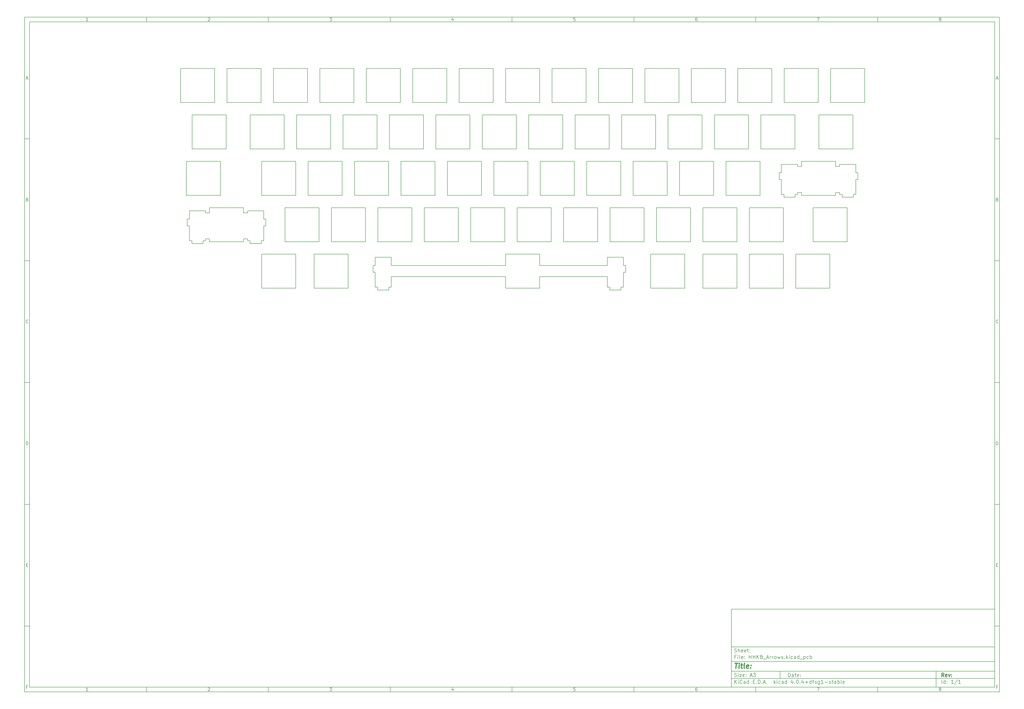
<source format=gbr>
G04 #@! TF.FileFunction,Other,ECO2*
%FSLAX46Y46*%
G04 Gerber Fmt 4.6, Leading zero omitted, Abs format (unit mm)*
G04 Created by KiCad (PCBNEW 4.0.4+dfsg1-stable) date Tue Nov  8 21:14:36 2016*
%MOMM*%
%LPD*%
G01*
G04 APERTURE LIST*
%ADD10C,0.100000*%
%ADD11C,0.150000*%
%ADD12C,0.300000*%
%ADD13C,0.400000*%
%ADD14C,0.152400*%
G04 APERTURE END LIST*
D10*
D11*
X299989000Y-253002200D02*
X299989000Y-285002200D01*
X407989000Y-285002200D01*
X407989000Y-253002200D01*
X299989000Y-253002200D01*
D10*
D11*
X10000000Y-10000000D02*
X10000000Y-287002200D01*
X409989000Y-287002200D01*
X409989000Y-10000000D01*
X10000000Y-10000000D01*
D10*
D11*
X12000000Y-12000000D02*
X12000000Y-285002200D01*
X407989000Y-285002200D01*
X407989000Y-12000000D01*
X12000000Y-12000000D01*
D10*
D11*
X60000000Y-12000000D02*
X60000000Y-10000000D01*
D10*
D11*
X110000000Y-12000000D02*
X110000000Y-10000000D01*
D10*
D11*
X160000000Y-12000000D02*
X160000000Y-10000000D01*
D10*
D11*
X210000000Y-12000000D02*
X210000000Y-10000000D01*
D10*
D11*
X260000000Y-12000000D02*
X260000000Y-10000000D01*
D10*
D11*
X310000000Y-12000000D02*
X310000000Y-10000000D01*
D10*
D11*
X360000000Y-12000000D02*
X360000000Y-10000000D01*
D10*
D11*
X35990476Y-11588095D02*
X35247619Y-11588095D01*
X35619048Y-11588095D02*
X35619048Y-10288095D01*
X35495238Y-10473810D01*
X35371429Y-10597619D01*
X35247619Y-10659524D01*
D10*
D11*
X85247619Y-10411905D02*
X85309524Y-10350000D01*
X85433333Y-10288095D01*
X85742857Y-10288095D01*
X85866667Y-10350000D01*
X85928571Y-10411905D01*
X85990476Y-10535714D01*
X85990476Y-10659524D01*
X85928571Y-10845238D01*
X85185714Y-11588095D01*
X85990476Y-11588095D01*
D10*
D11*
X135185714Y-10288095D02*
X135990476Y-10288095D01*
X135557143Y-10783333D01*
X135742857Y-10783333D01*
X135866667Y-10845238D01*
X135928571Y-10907143D01*
X135990476Y-11030952D01*
X135990476Y-11340476D01*
X135928571Y-11464286D01*
X135866667Y-11526190D01*
X135742857Y-11588095D01*
X135371429Y-11588095D01*
X135247619Y-11526190D01*
X135185714Y-11464286D01*
D10*
D11*
X185866667Y-10721429D02*
X185866667Y-11588095D01*
X185557143Y-10226190D02*
X185247619Y-11154762D01*
X186052381Y-11154762D01*
D10*
D11*
X235928571Y-10288095D02*
X235309524Y-10288095D01*
X235247619Y-10907143D01*
X235309524Y-10845238D01*
X235433333Y-10783333D01*
X235742857Y-10783333D01*
X235866667Y-10845238D01*
X235928571Y-10907143D01*
X235990476Y-11030952D01*
X235990476Y-11340476D01*
X235928571Y-11464286D01*
X235866667Y-11526190D01*
X235742857Y-11588095D01*
X235433333Y-11588095D01*
X235309524Y-11526190D01*
X235247619Y-11464286D01*
D10*
D11*
X285866667Y-10288095D02*
X285619048Y-10288095D01*
X285495238Y-10350000D01*
X285433333Y-10411905D01*
X285309524Y-10597619D01*
X285247619Y-10845238D01*
X285247619Y-11340476D01*
X285309524Y-11464286D01*
X285371429Y-11526190D01*
X285495238Y-11588095D01*
X285742857Y-11588095D01*
X285866667Y-11526190D01*
X285928571Y-11464286D01*
X285990476Y-11340476D01*
X285990476Y-11030952D01*
X285928571Y-10907143D01*
X285866667Y-10845238D01*
X285742857Y-10783333D01*
X285495238Y-10783333D01*
X285371429Y-10845238D01*
X285309524Y-10907143D01*
X285247619Y-11030952D01*
D10*
D11*
X335185714Y-10288095D02*
X336052381Y-10288095D01*
X335495238Y-11588095D01*
D10*
D11*
X385495238Y-10845238D02*
X385371429Y-10783333D01*
X385309524Y-10721429D01*
X385247619Y-10597619D01*
X385247619Y-10535714D01*
X385309524Y-10411905D01*
X385371429Y-10350000D01*
X385495238Y-10288095D01*
X385742857Y-10288095D01*
X385866667Y-10350000D01*
X385928571Y-10411905D01*
X385990476Y-10535714D01*
X385990476Y-10597619D01*
X385928571Y-10721429D01*
X385866667Y-10783333D01*
X385742857Y-10845238D01*
X385495238Y-10845238D01*
X385371429Y-10907143D01*
X385309524Y-10969048D01*
X385247619Y-11092857D01*
X385247619Y-11340476D01*
X385309524Y-11464286D01*
X385371429Y-11526190D01*
X385495238Y-11588095D01*
X385742857Y-11588095D01*
X385866667Y-11526190D01*
X385928571Y-11464286D01*
X385990476Y-11340476D01*
X385990476Y-11092857D01*
X385928571Y-10969048D01*
X385866667Y-10907143D01*
X385742857Y-10845238D01*
D10*
D11*
X60000000Y-285002200D02*
X60000000Y-287002200D01*
D10*
D11*
X110000000Y-285002200D02*
X110000000Y-287002200D01*
D10*
D11*
X160000000Y-285002200D02*
X160000000Y-287002200D01*
D10*
D11*
X210000000Y-285002200D02*
X210000000Y-287002200D01*
D10*
D11*
X260000000Y-285002200D02*
X260000000Y-287002200D01*
D10*
D11*
X310000000Y-285002200D02*
X310000000Y-287002200D01*
D10*
D11*
X360000000Y-285002200D02*
X360000000Y-287002200D01*
D10*
D11*
X35990476Y-286590295D02*
X35247619Y-286590295D01*
X35619048Y-286590295D02*
X35619048Y-285290295D01*
X35495238Y-285476010D01*
X35371429Y-285599819D01*
X35247619Y-285661724D01*
D10*
D11*
X85247619Y-285414105D02*
X85309524Y-285352200D01*
X85433333Y-285290295D01*
X85742857Y-285290295D01*
X85866667Y-285352200D01*
X85928571Y-285414105D01*
X85990476Y-285537914D01*
X85990476Y-285661724D01*
X85928571Y-285847438D01*
X85185714Y-286590295D01*
X85990476Y-286590295D01*
D10*
D11*
X135185714Y-285290295D02*
X135990476Y-285290295D01*
X135557143Y-285785533D01*
X135742857Y-285785533D01*
X135866667Y-285847438D01*
X135928571Y-285909343D01*
X135990476Y-286033152D01*
X135990476Y-286342676D01*
X135928571Y-286466486D01*
X135866667Y-286528390D01*
X135742857Y-286590295D01*
X135371429Y-286590295D01*
X135247619Y-286528390D01*
X135185714Y-286466486D01*
D10*
D11*
X185866667Y-285723629D02*
X185866667Y-286590295D01*
X185557143Y-285228390D02*
X185247619Y-286156962D01*
X186052381Y-286156962D01*
D10*
D11*
X235928571Y-285290295D02*
X235309524Y-285290295D01*
X235247619Y-285909343D01*
X235309524Y-285847438D01*
X235433333Y-285785533D01*
X235742857Y-285785533D01*
X235866667Y-285847438D01*
X235928571Y-285909343D01*
X235990476Y-286033152D01*
X235990476Y-286342676D01*
X235928571Y-286466486D01*
X235866667Y-286528390D01*
X235742857Y-286590295D01*
X235433333Y-286590295D01*
X235309524Y-286528390D01*
X235247619Y-286466486D01*
D10*
D11*
X285866667Y-285290295D02*
X285619048Y-285290295D01*
X285495238Y-285352200D01*
X285433333Y-285414105D01*
X285309524Y-285599819D01*
X285247619Y-285847438D01*
X285247619Y-286342676D01*
X285309524Y-286466486D01*
X285371429Y-286528390D01*
X285495238Y-286590295D01*
X285742857Y-286590295D01*
X285866667Y-286528390D01*
X285928571Y-286466486D01*
X285990476Y-286342676D01*
X285990476Y-286033152D01*
X285928571Y-285909343D01*
X285866667Y-285847438D01*
X285742857Y-285785533D01*
X285495238Y-285785533D01*
X285371429Y-285847438D01*
X285309524Y-285909343D01*
X285247619Y-286033152D01*
D10*
D11*
X335185714Y-285290295D02*
X336052381Y-285290295D01*
X335495238Y-286590295D01*
D10*
D11*
X385495238Y-285847438D02*
X385371429Y-285785533D01*
X385309524Y-285723629D01*
X385247619Y-285599819D01*
X385247619Y-285537914D01*
X385309524Y-285414105D01*
X385371429Y-285352200D01*
X385495238Y-285290295D01*
X385742857Y-285290295D01*
X385866667Y-285352200D01*
X385928571Y-285414105D01*
X385990476Y-285537914D01*
X385990476Y-285599819D01*
X385928571Y-285723629D01*
X385866667Y-285785533D01*
X385742857Y-285847438D01*
X385495238Y-285847438D01*
X385371429Y-285909343D01*
X385309524Y-285971248D01*
X385247619Y-286095057D01*
X385247619Y-286342676D01*
X385309524Y-286466486D01*
X385371429Y-286528390D01*
X385495238Y-286590295D01*
X385742857Y-286590295D01*
X385866667Y-286528390D01*
X385928571Y-286466486D01*
X385990476Y-286342676D01*
X385990476Y-286095057D01*
X385928571Y-285971248D01*
X385866667Y-285909343D01*
X385742857Y-285847438D01*
D10*
D11*
X10000000Y-60000000D02*
X12000000Y-60000000D01*
D10*
D11*
X10000000Y-110000000D02*
X12000000Y-110000000D01*
D10*
D11*
X10000000Y-160000000D02*
X12000000Y-160000000D01*
D10*
D11*
X10000000Y-210000000D02*
X12000000Y-210000000D01*
D10*
D11*
X10000000Y-260000000D02*
X12000000Y-260000000D01*
D10*
D11*
X10690476Y-35216667D02*
X11309524Y-35216667D01*
X10566667Y-35588095D02*
X11000000Y-34288095D01*
X11433333Y-35588095D01*
D10*
D11*
X11092857Y-84907143D02*
X11278571Y-84969048D01*
X11340476Y-85030952D01*
X11402381Y-85154762D01*
X11402381Y-85340476D01*
X11340476Y-85464286D01*
X11278571Y-85526190D01*
X11154762Y-85588095D01*
X10659524Y-85588095D01*
X10659524Y-84288095D01*
X11092857Y-84288095D01*
X11216667Y-84350000D01*
X11278571Y-84411905D01*
X11340476Y-84535714D01*
X11340476Y-84659524D01*
X11278571Y-84783333D01*
X11216667Y-84845238D01*
X11092857Y-84907143D01*
X10659524Y-84907143D01*
D10*
D11*
X11402381Y-135464286D02*
X11340476Y-135526190D01*
X11154762Y-135588095D01*
X11030952Y-135588095D01*
X10845238Y-135526190D01*
X10721429Y-135402381D01*
X10659524Y-135278571D01*
X10597619Y-135030952D01*
X10597619Y-134845238D01*
X10659524Y-134597619D01*
X10721429Y-134473810D01*
X10845238Y-134350000D01*
X11030952Y-134288095D01*
X11154762Y-134288095D01*
X11340476Y-134350000D01*
X11402381Y-134411905D01*
D10*
D11*
X10659524Y-185588095D02*
X10659524Y-184288095D01*
X10969048Y-184288095D01*
X11154762Y-184350000D01*
X11278571Y-184473810D01*
X11340476Y-184597619D01*
X11402381Y-184845238D01*
X11402381Y-185030952D01*
X11340476Y-185278571D01*
X11278571Y-185402381D01*
X11154762Y-185526190D01*
X10969048Y-185588095D01*
X10659524Y-185588095D01*
D10*
D11*
X10721429Y-234907143D02*
X11154762Y-234907143D01*
X11340476Y-235588095D02*
X10721429Y-235588095D01*
X10721429Y-234288095D01*
X11340476Y-234288095D01*
D10*
D11*
X11185714Y-284907143D02*
X10752381Y-284907143D01*
X10752381Y-285588095D02*
X10752381Y-284288095D01*
X11371428Y-284288095D01*
D10*
D11*
X409989000Y-60000000D02*
X407989000Y-60000000D01*
D10*
D11*
X409989000Y-110000000D02*
X407989000Y-110000000D01*
D10*
D11*
X409989000Y-160000000D02*
X407989000Y-160000000D01*
D10*
D11*
X409989000Y-210000000D02*
X407989000Y-210000000D01*
D10*
D11*
X409989000Y-260000000D02*
X407989000Y-260000000D01*
D10*
D11*
X408679476Y-35216667D02*
X409298524Y-35216667D01*
X408555667Y-35588095D02*
X408989000Y-34288095D01*
X409422333Y-35588095D01*
D10*
D11*
X409081857Y-84907143D02*
X409267571Y-84969048D01*
X409329476Y-85030952D01*
X409391381Y-85154762D01*
X409391381Y-85340476D01*
X409329476Y-85464286D01*
X409267571Y-85526190D01*
X409143762Y-85588095D01*
X408648524Y-85588095D01*
X408648524Y-84288095D01*
X409081857Y-84288095D01*
X409205667Y-84350000D01*
X409267571Y-84411905D01*
X409329476Y-84535714D01*
X409329476Y-84659524D01*
X409267571Y-84783333D01*
X409205667Y-84845238D01*
X409081857Y-84907143D01*
X408648524Y-84907143D01*
D10*
D11*
X409391381Y-135464286D02*
X409329476Y-135526190D01*
X409143762Y-135588095D01*
X409019952Y-135588095D01*
X408834238Y-135526190D01*
X408710429Y-135402381D01*
X408648524Y-135278571D01*
X408586619Y-135030952D01*
X408586619Y-134845238D01*
X408648524Y-134597619D01*
X408710429Y-134473810D01*
X408834238Y-134350000D01*
X409019952Y-134288095D01*
X409143762Y-134288095D01*
X409329476Y-134350000D01*
X409391381Y-134411905D01*
D10*
D11*
X408648524Y-185588095D02*
X408648524Y-184288095D01*
X408958048Y-184288095D01*
X409143762Y-184350000D01*
X409267571Y-184473810D01*
X409329476Y-184597619D01*
X409391381Y-184845238D01*
X409391381Y-185030952D01*
X409329476Y-185278571D01*
X409267571Y-185402381D01*
X409143762Y-185526190D01*
X408958048Y-185588095D01*
X408648524Y-185588095D01*
D10*
D11*
X408710429Y-234907143D02*
X409143762Y-234907143D01*
X409329476Y-235588095D02*
X408710429Y-235588095D01*
X408710429Y-234288095D01*
X409329476Y-234288095D01*
D10*
D11*
X409174714Y-284907143D02*
X408741381Y-284907143D01*
X408741381Y-285588095D02*
X408741381Y-284288095D01*
X409360428Y-284288095D01*
D10*
D11*
X323346143Y-280780771D02*
X323346143Y-279280771D01*
X323703286Y-279280771D01*
X323917571Y-279352200D01*
X324060429Y-279495057D01*
X324131857Y-279637914D01*
X324203286Y-279923629D01*
X324203286Y-280137914D01*
X324131857Y-280423629D01*
X324060429Y-280566486D01*
X323917571Y-280709343D01*
X323703286Y-280780771D01*
X323346143Y-280780771D01*
X325489000Y-280780771D02*
X325489000Y-279995057D01*
X325417571Y-279852200D01*
X325274714Y-279780771D01*
X324989000Y-279780771D01*
X324846143Y-279852200D01*
X325489000Y-280709343D02*
X325346143Y-280780771D01*
X324989000Y-280780771D01*
X324846143Y-280709343D01*
X324774714Y-280566486D01*
X324774714Y-280423629D01*
X324846143Y-280280771D01*
X324989000Y-280209343D01*
X325346143Y-280209343D01*
X325489000Y-280137914D01*
X325989000Y-279780771D02*
X326560429Y-279780771D01*
X326203286Y-279280771D02*
X326203286Y-280566486D01*
X326274714Y-280709343D01*
X326417572Y-280780771D01*
X326560429Y-280780771D01*
X327631857Y-280709343D02*
X327489000Y-280780771D01*
X327203286Y-280780771D01*
X327060429Y-280709343D01*
X326989000Y-280566486D01*
X326989000Y-279995057D01*
X327060429Y-279852200D01*
X327203286Y-279780771D01*
X327489000Y-279780771D01*
X327631857Y-279852200D01*
X327703286Y-279995057D01*
X327703286Y-280137914D01*
X326989000Y-280280771D01*
X328346143Y-280637914D02*
X328417571Y-280709343D01*
X328346143Y-280780771D01*
X328274714Y-280709343D01*
X328346143Y-280637914D01*
X328346143Y-280780771D01*
X328346143Y-279852200D02*
X328417571Y-279923629D01*
X328346143Y-279995057D01*
X328274714Y-279923629D01*
X328346143Y-279852200D01*
X328346143Y-279995057D01*
D10*
D11*
X299989000Y-281502200D02*
X407989000Y-281502200D01*
D10*
D11*
X301346143Y-283580771D02*
X301346143Y-282080771D01*
X302203286Y-283580771D02*
X301560429Y-282723629D01*
X302203286Y-282080771D02*
X301346143Y-282937914D01*
X302846143Y-283580771D02*
X302846143Y-282580771D01*
X302846143Y-282080771D02*
X302774714Y-282152200D01*
X302846143Y-282223629D01*
X302917571Y-282152200D01*
X302846143Y-282080771D01*
X302846143Y-282223629D01*
X304417572Y-283437914D02*
X304346143Y-283509343D01*
X304131857Y-283580771D01*
X303989000Y-283580771D01*
X303774715Y-283509343D01*
X303631857Y-283366486D01*
X303560429Y-283223629D01*
X303489000Y-282937914D01*
X303489000Y-282723629D01*
X303560429Y-282437914D01*
X303631857Y-282295057D01*
X303774715Y-282152200D01*
X303989000Y-282080771D01*
X304131857Y-282080771D01*
X304346143Y-282152200D01*
X304417572Y-282223629D01*
X305703286Y-283580771D02*
X305703286Y-282795057D01*
X305631857Y-282652200D01*
X305489000Y-282580771D01*
X305203286Y-282580771D01*
X305060429Y-282652200D01*
X305703286Y-283509343D02*
X305560429Y-283580771D01*
X305203286Y-283580771D01*
X305060429Y-283509343D01*
X304989000Y-283366486D01*
X304989000Y-283223629D01*
X305060429Y-283080771D01*
X305203286Y-283009343D01*
X305560429Y-283009343D01*
X305703286Y-282937914D01*
X307060429Y-283580771D02*
X307060429Y-282080771D01*
X307060429Y-283509343D02*
X306917572Y-283580771D01*
X306631858Y-283580771D01*
X306489000Y-283509343D01*
X306417572Y-283437914D01*
X306346143Y-283295057D01*
X306346143Y-282866486D01*
X306417572Y-282723629D01*
X306489000Y-282652200D01*
X306631858Y-282580771D01*
X306917572Y-282580771D01*
X307060429Y-282652200D01*
X308917572Y-282795057D02*
X309417572Y-282795057D01*
X309631858Y-283580771D02*
X308917572Y-283580771D01*
X308917572Y-282080771D01*
X309631858Y-282080771D01*
X310274715Y-283437914D02*
X310346143Y-283509343D01*
X310274715Y-283580771D01*
X310203286Y-283509343D01*
X310274715Y-283437914D01*
X310274715Y-283580771D01*
X310989001Y-283580771D02*
X310989001Y-282080771D01*
X311346144Y-282080771D01*
X311560429Y-282152200D01*
X311703287Y-282295057D01*
X311774715Y-282437914D01*
X311846144Y-282723629D01*
X311846144Y-282937914D01*
X311774715Y-283223629D01*
X311703287Y-283366486D01*
X311560429Y-283509343D01*
X311346144Y-283580771D01*
X310989001Y-283580771D01*
X312489001Y-283437914D02*
X312560429Y-283509343D01*
X312489001Y-283580771D01*
X312417572Y-283509343D01*
X312489001Y-283437914D01*
X312489001Y-283580771D01*
X313131858Y-283152200D02*
X313846144Y-283152200D01*
X312989001Y-283580771D02*
X313489001Y-282080771D01*
X313989001Y-283580771D01*
X314489001Y-283437914D02*
X314560429Y-283509343D01*
X314489001Y-283580771D01*
X314417572Y-283509343D01*
X314489001Y-283437914D01*
X314489001Y-283580771D01*
X317489001Y-283580771D02*
X317489001Y-282080771D01*
X317631858Y-283009343D02*
X318060429Y-283580771D01*
X318060429Y-282580771D02*
X317489001Y-283152200D01*
X318703287Y-283580771D02*
X318703287Y-282580771D01*
X318703287Y-282080771D02*
X318631858Y-282152200D01*
X318703287Y-282223629D01*
X318774715Y-282152200D01*
X318703287Y-282080771D01*
X318703287Y-282223629D01*
X320060430Y-283509343D02*
X319917573Y-283580771D01*
X319631859Y-283580771D01*
X319489001Y-283509343D01*
X319417573Y-283437914D01*
X319346144Y-283295057D01*
X319346144Y-282866486D01*
X319417573Y-282723629D01*
X319489001Y-282652200D01*
X319631859Y-282580771D01*
X319917573Y-282580771D01*
X320060430Y-282652200D01*
X321346144Y-283580771D02*
X321346144Y-282795057D01*
X321274715Y-282652200D01*
X321131858Y-282580771D01*
X320846144Y-282580771D01*
X320703287Y-282652200D01*
X321346144Y-283509343D02*
X321203287Y-283580771D01*
X320846144Y-283580771D01*
X320703287Y-283509343D01*
X320631858Y-283366486D01*
X320631858Y-283223629D01*
X320703287Y-283080771D01*
X320846144Y-283009343D01*
X321203287Y-283009343D01*
X321346144Y-282937914D01*
X322703287Y-283580771D02*
X322703287Y-282080771D01*
X322703287Y-283509343D02*
X322560430Y-283580771D01*
X322274716Y-283580771D01*
X322131858Y-283509343D01*
X322060430Y-283437914D01*
X321989001Y-283295057D01*
X321989001Y-282866486D01*
X322060430Y-282723629D01*
X322131858Y-282652200D01*
X322274716Y-282580771D01*
X322560430Y-282580771D01*
X322703287Y-282652200D01*
X325203287Y-282580771D02*
X325203287Y-283580771D01*
X324846144Y-282009343D02*
X324489001Y-283080771D01*
X325417573Y-283080771D01*
X325989001Y-283437914D02*
X326060429Y-283509343D01*
X325989001Y-283580771D01*
X325917572Y-283509343D01*
X325989001Y-283437914D01*
X325989001Y-283580771D01*
X326989001Y-282080771D02*
X327131858Y-282080771D01*
X327274715Y-282152200D01*
X327346144Y-282223629D01*
X327417573Y-282366486D01*
X327489001Y-282652200D01*
X327489001Y-283009343D01*
X327417573Y-283295057D01*
X327346144Y-283437914D01*
X327274715Y-283509343D01*
X327131858Y-283580771D01*
X326989001Y-283580771D01*
X326846144Y-283509343D01*
X326774715Y-283437914D01*
X326703287Y-283295057D01*
X326631858Y-283009343D01*
X326631858Y-282652200D01*
X326703287Y-282366486D01*
X326774715Y-282223629D01*
X326846144Y-282152200D01*
X326989001Y-282080771D01*
X328131858Y-283437914D02*
X328203286Y-283509343D01*
X328131858Y-283580771D01*
X328060429Y-283509343D01*
X328131858Y-283437914D01*
X328131858Y-283580771D01*
X329489001Y-282580771D02*
X329489001Y-283580771D01*
X329131858Y-282009343D02*
X328774715Y-283080771D01*
X329703287Y-283080771D01*
X330274715Y-283009343D02*
X331417572Y-283009343D01*
X330846143Y-283580771D02*
X330846143Y-282437914D01*
X332774715Y-283580771D02*
X332774715Y-282080771D01*
X332774715Y-283509343D02*
X332631858Y-283580771D01*
X332346144Y-283580771D01*
X332203286Y-283509343D01*
X332131858Y-283437914D01*
X332060429Y-283295057D01*
X332060429Y-282866486D01*
X332131858Y-282723629D01*
X332203286Y-282652200D01*
X332346144Y-282580771D01*
X332631858Y-282580771D01*
X332774715Y-282652200D01*
X333274715Y-282580771D02*
X333846144Y-282580771D01*
X333489001Y-283580771D02*
X333489001Y-282295057D01*
X333560429Y-282152200D01*
X333703287Y-282080771D01*
X333846144Y-282080771D01*
X334274715Y-283509343D02*
X334417572Y-283580771D01*
X334703287Y-283580771D01*
X334846144Y-283509343D01*
X334917572Y-283366486D01*
X334917572Y-283295057D01*
X334846144Y-283152200D01*
X334703287Y-283080771D01*
X334489001Y-283080771D01*
X334346144Y-283009343D01*
X334274715Y-282866486D01*
X334274715Y-282795057D01*
X334346144Y-282652200D01*
X334489001Y-282580771D01*
X334703287Y-282580771D01*
X334846144Y-282652200D01*
X336203287Y-282580771D02*
X336203287Y-283795057D01*
X336131858Y-283937914D01*
X336060430Y-284009343D01*
X335917573Y-284080771D01*
X335703287Y-284080771D01*
X335560430Y-284009343D01*
X336203287Y-283509343D02*
X336060430Y-283580771D01*
X335774716Y-283580771D01*
X335631858Y-283509343D01*
X335560430Y-283437914D01*
X335489001Y-283295057D01*
X335489001Y-282866486D01*
X335560430Y-282723629D01*
X335631858Y-282652200D01*
X335774716Y-282580771D01*
X336060430Y-282580771D01*
X336203287Y-282652200D01*
X337703287Y-283580771D02*
X336846144Y-283580771D01*
X337274716Y-283580771D02*
X337274716Y-282080771D01*
X337131859Y-282295057D01*
X336989001Y-282437914D01*
X336846144Y-282509343D01*
X338346144Y-283009343D02*
X339489001Y-283009343D01*
X340131858Y-283509343D02*
X340274715Y-283580771D01*
X340560430Y-283580771D01*
X340703287Y-283509343D01*
X340774715Y-283366486D01*
X340774715Y-283295057D01*
X340703287Y-283152200D01*
X340560430Y-283080771D01*
X340346144Y-283080771D01*
X340203287Y-283009343D01*
X340131858Y-282866486D01*
X340131858Y-282795057D01*
X340203287Y-282652200D01*
X340346144Y-282580771D01*
X340560430Y-282580771D01*
X340703287Y-282652200D01*
X341203287Y-282580771D02*
X341774716Y-282580771D01*
X341417573Y-282080771D02*
X341417573Y-283366486D01*
X341489001Y-283509343D01*
X341631859Y-283580771D01*
X341774716Y-283580771D01*
X342917573Y-283580771D02*
X342917573Y-282795057D01*
X342846144Y-282652200D01*
X342703287Y-282580771D01*
X342417573Y-282580771D01*
X342274716Y-282652200D01*
X342917573Y-283509343D02*
X342774716Y-283580771D01*
X342417573Y-283580771D01*
X342274716Y-283509343D01*
X342203287Y-283366486D01*
X342203287Y-283223629D01*
X342274716Y-283080771D01*
X342417573Y-283009343D01*
X342774716Y-283009343D01*
X342917573Y-282937914D01*
X343631859Y-283580771D02*
X343631859Y-282080771D01*
X343631859Y-282652200D02*
X343774716Y-282580771D01*
X344060430Y-282580771D01*
X344203287Y-282652200D01*
X344274716Y-282723629D01*
X344346145Y-282866486D01*
X344346145Y-283295057D01*
X344274716Y-283437914D01*
X344203287Y-283509343D01*
X344060430Y-283580771D01*
X343774716Y-283580771D01*
X343631859Y-283509343D01*
X345203288Y-283580771D02*
X345060430Y-283509343D01*
X344989002Y-283366486D01*
X344989002Y-282080771D01*
X346346144Y-283509343D02*
X346203287Y-283580771D01*
X345917573Y-283580771D01*
X345774716Y-283509343D01*
X345703287Y-283366486D01*
X345703287Y-282795057D01*
X345774716Y-282652200D01*
X345917573Y-282580771D01*
X346203287Y-282580771D01*
X346346144Y-282652200D01*
X346417573Y-282795057D01*
X346417573Y-282937914D01*
X345703287Y-283080771D01*
D10*
D11*
X299989000Y-278502200D02*
X407989000Y-278502200D01*
D10*
D12*
X387203286Y-280780771D02*
X386703286Y-280066486D01*
X386346143Y-280780771D02*
X386346143Y-279280771D01*
X386917571Y-279280771D01*
X387060429Y-279352200D01*
X387131857Y-279423629D01*
X387203286Y-279566486D01*
X387203286Y-279780771D01*
X387131857Y-279923629D01*
X387060429Y-279995057D01*
X386917571Y-280066486D01*
X386346143Y-280066486D01*
X388417571Y-280709343D02*
X388274714Y-280780771D01*
X387989000Y-280780771D01*
X387846143Y-280709343D01*
X387774714Y-280566486D01*
X387774714Y-279995057D01*
X387846143Y-279852200D01*
X387989000Y-279780771D01*
X388274714Y-279780771D01*
X388417571Y-279852200D01*
X388489000Y-279995057D01*
X388489000Y-280137914D01*
X387774714Y-280280771D01*
X388989000Y-279780771D02*
X389346143Y-280780771D01*
X389703285Y-279780771D01*
X390274714Y-280637914D02*
X390346142Y-280709343D01*
X390274714Y-280780771D01*
X390203285Y-280709343D01*
X390274714Y-280637914D01*
X390274714Y-280780771D01*
X390274714Y-279852200D02*
X390346142Y-279923629D01*
X390274714Y-279995057D01*
X390203285Y-279923629D01*
X390274714Y-279852200D01*
X390274714Y-279995057D01*
D10*
D11*
X301274714Y-280709343D02*
X301489000Y-280780771D01*
X301846143Y-280780771D01*
X301989000Y-280709343D01*
X302060429Y-280637914D01*
X302131857Y-280495057D01*
X302131857Y-280352200D01*
X302060429Y-280209343D01*
X301989000Y-280137914D01*
X301846143Y-280066486D01*
X301560429Y-279995057D01*
X301417571Y-279923629D01*
X301346143Y-279852200D01*
X301274714Y-279709343D01*
X301274714Y-279566486D01*
X301346143Y-279423629D01*
X301417571Y-279352200D01*
X301560429Y-279280771D01*
X301917571Y-279280771D01*
X302131857Y-279352200D01*
X302774714Y-280780771D02*
X302774714Y-279780771D01*
X302774714Y-279280771D02*
X302703285Y-279352200D01*
X302774714Y-279423629D01*
X302846142Y-279352200D01*
X302774714Y-279280771D01*
X302774714Y-279423629D01*
X303346143Y-279780771D02*
X304131857Y-279780771D01*
X303346143Y-280780771D01*
X304131857Y-280780771D01*
X305274714Y-280709343D02*
X305131857Y-280780771D01*
X304846143Y-280780771D01*
X304703286Y-280709343D01*
X304631857Y-280566486D01*
X304631857Y-279995057D01*
X304703286Y-279852200D01*
X304846143Y-279780771D01*
X305131857Y-279780771D01*
X305274714Y-279852200D01*
X305346143Y-279995057D01*
X305346143Y-280137914D01*
X304631857Y-280280771D01*
X305989000Y-280637914D02*
X306060428Y-280709343D01*
X305989000Y-280780771D01*
X305917571Y-280709343D01*
X305989000Y-280637914D01*
X305989000Y-280780771D01*
X305989000Y-279852200D02*
X306060428Y-279923629D01*
X305989000Y-279995057D01*
X305917571Y-279923629D01*
X305989000Y-279852200D01*
X305989000Y-279995057D01*
X307774714Y-280352200D02*
X308489000Y-280352200D01*
X307631857Y-280780771D02*
X308131857Y-279280771D01*
X308631857Y-280780771D01*
X308989000Y-279280771D02*
X309917571Y-279280771D01*
X309417571Y-279852200D01*
X309631857Y-279852200D01*
X309774714Y-279923629D01*
X309846143Y-279995057D01*
X309917571Y-280137914D01*
X309917571Y-280495057D01*
X309846143Y-280637914D01*
X309774714Y-280709343D01*
X309631857Y-280780771D01*
X309203285Y-280780771D01*
X309060428Y-280709343D01*
X308989000Y-280637914D01*
D10*
D11*
X386346143Y-283580771D02*
X386346143Y-282080771D01*
X387703286Y-283580771D02*
X387703286Y-282080771D01*
X387703286Y-283509343D02*
X387560429Y-283580771D01*
X387274715Y-283580771D01*
X387131857Y-283509343D01*
X387060429Y-283437914D01*
X386989000Y-283295057D01*
X386989000Y-282866486D01*
X387060429Y-282723629D01*
X387131857Y-282652200D01*
X387274715Y-282580771D01*
X387560429Y-282580771D01*
X387703286Y-282652200D01*
X388417572Y-283437914D02*
X388489000Y-283509343D01*
X388417572Y-283580771D01*
X388346143Y-283509343D01*
X388417572Y-283437914D01*
X388417572Y-283580771D01*
X388417572Y-282652200D02*
X388489000Y-282723629D01*
X388417572Y-282795057D01*
X388346143Y-282723629D01*
X388417572Y-282652200D01*
X388417572Y-282795057D01*
X391060429Y-283580771D02*
X390203286Y-283580771D01*
X390631858Y-283580771D02*
X390631858Y-282080771D01*
X390489001Y-282295057D01*
X390346143Y-282437914D01*
X390203286Y-282509343D01*
X392774714Y-282009343D02*
X391489000Y-283937914D01*
X394060429Y-283580771D02*
X393203286Y-283580771D01*
X393631858Y-283580771D02*
X393631858Y-282080771D01*
X393489001Y-282295057D01*
X393346143Y-282437914D01*
X393203286Y-282509343D01*
D10*
D11*
X299989000Y-274502200D02*
X407989000Y-274502200D01*
D10*
D13*
X301441381Y-275206962D02*
X302584238Y-275206962D01*
X301762810Y-277206962D02*
X302012810Y-275206962D01*
X303000905Y-277206962D02*
X303167571Y-275873629D01*
X303250905Y-275206962D02*
X303143762Y-275302200D01*
X303227095Y-275397438D01*
X303334239Y-275302200D01*
X303250905Y-275206962D01*
X303227095Y-275397438D01*
X303834238Y-275873629D02*
X304596143Y-275873629D01*
X304203286Y-275206962D02*
X303989000Y-276921248D01*
X304060430Y-277111724D01*
X304239001Y-277206962D01*
X304429477Y-277206962D01*
X305381858Y-277206962D02*
X305203287Y-277111724D01*
X305131857Y-276921248D01*
X305346143Y-275206962D01*
X306917572Y-277111724D02*
X306715191Y-277206962D01*
X306334239Y-277206962D01*
X306155667Y-277111724D01*
X306084238Y-276921248D01*
X306179476Y-276159343D01*
X306298524Y-275968867D01*
X306500905Y-275873629D01*
X306881857Y-275873629D01*
X307060429Y-275968867D01*
X307131857Y-276159343D01*
X307108048Y-276349819D01*
X306131857Y-276540295D01*
X307881857Y-277016486D02*
X307965192Y-277111724D01*
X307858048Y-277206962D01*
X307774715Y-277111724D01*
X307881857Y-277016486D01*
X307858048Y-277206962D01*
X308012810Y-275968867D02*
X308096144Y-276064105D01*
X307989000Y-276159343D01*
X307905667Y-276064105D01*
X308012810Y-275968867D01*
X307989000Y-276159343D01*
D10*
D11*
X301846143Y-272595057D02*
X301346143Y-272595057D01*
X301346143Y-273380771D02*
X301346143Y-271880771D01*
X302060429Y-271880771D01*
X302631857Y-273380771D02*
X302631857Y-272380771D01*
X302631857Y-271880771D02*
X302560428Y-271952200D01*
X302631857Y-272023629D01*
X302703285Y-271952200D01*
X302631857Y-271880771D01*
X302631857Y-272023629D01*
X303560429Y-273380771D02*
X303417571Y-273309343D01*
X303346143Y-273166486D01*
X303346143Y-271880771D01*
X304703285Y-273309343D02*
X304560428Y-273380771D01*
X304274714Y-273380771D01*
X304131857Y-273309343D01*
X304060428Y-273166486D01*
X304060428Y-272595057D01*
X304131857Y-272452200D01*
X304274714Y-272380771D01*
X304560428Y-272380771D01*
X304703285Y-272452200D01*
X304774714Y-272595057D01*
X304774714Y-272737914D01*
X304060428Y-272880771D01*
X305417571Y-273237914D02*
X305488999Y-273309343D01*
X305417571Y-273380771D01*
X305346142Y-273309343D01*
X305417571Y-273237914D01*
X305417571Y-273380771D01*
X305417571Y-272452200D02*
X305488999Y-272523629D01*
X305417571Y-272595057D01*
X305346142Y-272523629D01*
X305417571Y-272452200D01*
X305417571Y-272595057D01*
X307274714Y-273380771D02*
X307274714Y-271880771D01*
X307274714Y-272595057D02*
X308131857Y-272595057D01*
X308131857Y-273380771D02*
X308131857Y-271880771D01*
X308846143Y-273380771D02*
X308846143Y-271880771D01*
X308846143Y-272595057D02*
X309703286Y-272595057D01*
X309703286Y-273380771D02*
X309703286Y-271880771D01*
X310417572Y-273380771D02*
X310417572Y-271880771D01*
X311274715Y-273380771D02*
X310631858Y-272523629D01*
X311274715Y-271880771D02*
X310417572Y-272737914D01*
X312417572Y-272595057D02*
X312631858Y-272666486D01*
X312703286Y-272737914D01*
X312774715Y-272880771D01*
X312774715Y-273095057D01*
X312703286Y-273237914D01*
X312631858Y-273309343D01*
X312489000Y-273380771D01*
X311917572Y-273380771D01*
X311917572Y-271880771D01*
X312417572Y-271880771D01*
X312560429Y-271952200D01*
X312631858Y-272023629D01*
X312703286Y-272166486D01*
X312703286Y-272309343D01*
X312631858Y-272452200D01*
X312560429Y-272523629D01*
X312417572Y-272595057D01*
X311917572Y-272595057D01*
X313060429Y-273523629D02*
X314203286Y-273523629D01*
X314489000Y-272952200D02*
X315203286Y-272952200D01*
X314346143Y-273380771D02*
X314846143Y-271880771D01*
X315346143Y-273380771D01*
X315846143Y-273380771D02*
X315846143Y-272380771D01*
X315846143Y-272666486D02*
X315917571Y-272523629D01*
X315989000Y-272452200D01*
X316131857Y-272380771D01*
X316274714Y-272380771D01*
X316774714Y-273380771D02*
X316774714Y-272380771D01*
X316774714Y-272666486D02*
X316846142Y-272523629D01*
X316917571Y-272452200D01*
X317060428Y-272380771D01*
X317203285Y-272380771D01*
X317917571Y-273380771D02*
X317774713Y-273309343D01*
X317703285Y-273237914D01*
X317631856Y-273095057D01*
X317631856Y-272666486D01*
X317703285Y-272523629D01*
X317774713Y-272452200D01*
X317917571Y-272380771D01*
X318131856Y-272380771D01*
X318274713Y-272452200D01*
X318346142Y-272523629D01*
X318417571Y-272666486D01*
X318417571Y-273095057D01*
X318346142Y-273237914D01*
X318274713Y-273309343D01*
X318131856Y-273380771D01*
X317917571Y-273380771D01*
X318917571Y-272380771D02*
X319203285Y-273380771D01*
X319488999Y-272666486D01*
X319774714Y-273380771D01*
X320060428Y-272380771D01*
X320560428Y-273309343D02*
X320703285Y-273380771D01*
X320989000Y-273380771D01*
X321131857Y-273309343D01*
X321203285Y-273166486D01*
X321203285Y-273095057D01*
X321131857Y-272952200D01*
X320989000Y-272880771D01*
X320774714Y-272880771D01*
X320631857Y-272809343D01*
X320560428Y-272666486D01*
X320560428Y-272595057D01*
X320631857Y-272452200D01*
X320774714Y-272380771D01*
X320989000Y-272380771D01*
X321131857Y-272452200D01*
X321846143Y-273237914D02*
X321917571Y-273309343D01*
X321846143Y-273380771D01*
X321774714Y-273309343D01*
X321846143Y-273237914D01*
X321846143Y-273380771D01*
X322560429Y-273380771D02*
X322560429Y-271880771D01*
X322703286Y-272809343D02*
X323131857Y-273380771D01*
X323131857Y-272380771D02*
X322560429Y-272952200D01*
X323774715Y-273380771D02*
X323774715Y-272380771D01*
X323774715Y-271880771D02*
X323703286Y-271952200D01*
X323774715Y-272023629D01*
X323846143Y-271952200D01*
X323774715Y-271880771D01*
X323774715Y-272023629D01*
X325131858Y-273309343D02*
X324989001Y-273380771D01*
X324703287Y-273380771D01*
X324560429Y-273309343D01*
X324489001Y-273237914D01*
X324417572Y-273095057D01*
X324417572Y-272666486D01*
X324489001Y-272523629D01*
X324560429Y-272452200D01*
X324703287Y-272380771D01*
X324989001Y-272380771D01*
X325131858Y-272452200D01*
X326417572Y-273380771D02*
X326417572Y-272595057D01*
X326346143Y-272452200D01*
X326203286Y-272380771D01*
X325917572Y-272380771D01*
X325774715Y-272452200D01*
X326417572Y-273309343D02*
X326274715Y-273380771D01*
X325917572Y-273380771D01*
X325774715Y-273309343D01*
X325703286Y-273166486D01*
X325703286Y-273023629D01*
X325774715Y-272880771D01*
X325917572Y-272809343D01*
X326274715Y-272809343D01*
X326417572Y-272737914D01*
X327774715Y-273380771D02*
X327774715Y-271880771D01*
X327774715Y-273309343D02*
X327631858Y-273380771D01*
X327346144Y-273380771D01*
X327203286Y-273309343D01*
X327131858Y-273237914D01*
X327060429Y-273095057D01*
X327060429Y-272666486D01*
X327131858Y-272523629D01*
X327203286Y-272452200D01*
X327346144Y-272380771D01*
X327631858Y-272380771D01*
X327774715Y-272452200D01*
X328131858Y-273523629D02*
X329274715Y-273523629D01*
X329631858Y-272380771D02*
X329631858Y-273880771D01*
X329631858Y-272452200D02*
X329774715Y-272380771D01*
X330060429Y-272380771D01*
X330203286Y-272452200D01*
X330274715Y-272523629D01*
X330346144Y-272666486D01*
X330346144Y-273095057D01*
X330274715Y-273237914D01*
X330203286Y-273309343D01*
X330060429Y-273380771D01*
X329774715Y-273380771D01*
X329631858Y-273309343D01*
X331631858Y-273309343D02*
X331489001Y-273380771D01*
X331203287Y-273380771D01*
X331060429Y-273309343D01*
X330989001Y-273237914D01*
X330917572Y-273095057D01*
X330917572Y-272666486D01*
X330989001Y-272523629D01*
X331060429Y-272452200D01*
X331203287Y-272380771D01*
X331489001Y-272380771D01*
X331631858Y-272452200D01*
X332274715Y-273380771D02*
X332274715Y-271880771D01*
X332274715Y-272452200D02*
X332417572Y-272380771D01*
X332703286Y-272380771D01*
X332846143Y-272452200D01*
X332917572Y-272523629D01*
X332989001Y-272666486D01*
X332989001Y-273095057D01*
X332917572Y-273237914D01*
X332846143Y-273309343D01*
X332703286Y-273380771D01*
X332417572Y-273380771D01*
X332274715Y-273309343D01*
D10*
D11*
X299989000Y-268502200D02*
X407989000Y-268502200D01*
D10*
D11*
X301274714Y-270609343D02*
X301489000Y-270680771D01*
X301846143Y-270680771D01*
X301989000Y-270609343D01*
X302060429Y-270537914D01*
X302131857Y-270395057D01*
X302131857Y-270252200D01*
X302060429Y-270109343D01*
X301989000Y-270037914D01*
X301846143Y-269966486D01*
X301560429Y-269895057D01*
X301417571Y-269823629D01*
X301346143Y-269752200D01*
X301274714Y-269609343D01*
X301274714Y-269466486D01*
X301346143Y-269323629D01*
X301417571Y-269252200D01*
X301560429Y-269180771D01*
X301917571Y-269180771D01*
X302131857Y-269252200D01*
X302774714Y-270680771D02*
X302774714Y-269180771D01*
X303417571Y-270680771D02*
X303417571Y-269895057D01*
X303346142Y-269752200D01*
X303203285Y-269680771D01*
X302989000Y-269680771D01*
X302846142Y-269752200D01*
X302774714Y-269823629D01*
X304703285Y-270609343D02*
X304560428Y-270680771D01*
X304274714Y-270680771D01*
X304131857Y-270609343D01*
X304060428Y-270466486D01*
X304060428Y-269895057D01*
X304131857Y-269752200D01*
X304274714Y-269680771D01*
X304560428Y-269680771D01*
X304703285Y-269752200D01*
X304774714Y-269895057D01*
X304774714Y-270037914D01*
X304060428Y-270180771D01*
X305988999Y-270609343D02*
X305846142Y-270680771D01*
X305560428Y-270680771D01*
X305417571Y-270609343D01*
X305346142Y-270466486D01*
X305346142Y-269895057D01*
X305417571Y-269752200D01*
X305560428Y-269680771D01*
X305846142Y-269680771D01*
X305988999Y-269752200D01*
X306060428Y-269895057D01*
X306060428Y-270037914D01*
X305346142Y-270180771D01*
X306488999Y-269680771D02*
X307060428Y-269680771D01*
X306703285Y-269180771D02*
X306703285Y-270466486D01*
X306774713Y-270609343D01*
X306917571Y-270680771D01*
X307060428Y-270680771D01*
X307560428Y-270537914D02*
X307631856Y-270609343D01*
X307560428Y-270680771D01*
X307488999Y-270609343D01*
X307560428Y-270537914D01*
X307560428Y-270680771D01*
X307560428Y-269752200D02*
X307631856Y-269823629D01*
X307560428Y-269895057D01*
X307488999Y-269823629D01*
X307560428Y-269752200D01*
X307560428Y-269895057D01*
D10*
D11*
X319989000Y-278502200D02*
X319989000Y-281502200D01*
D10*
D11*
X383989000Y-278502200D02*
X383989000Y-285002200D01*
D14*
X76358750Y-69215000D02*
X90328750Y-69215000D01*
X90328750Y-69215000D02*
X90328750Y-83185000D01*
X90328750Y-83185000D02*
X76358750Y-83185000D01*
X76358750Y-83185000D02*
X76358750Y-69215000D01*
X207327500Y-107315000D02*
X221297500Y-107315000D01*
X221297500Y-107315000D02*
X221297500Y-112014000D01*
X221297500Y-112014000D02*
X249085100Y-112014000D01*
X249085100Y-112014000D02*
X249085100Y-108610400D01*
X255739900Y-108610400D02*
X249085100Y-108610400D01*
X255739900Y-108610400D02*
X255739900Y-112014000D01*
X255739900Y-112014000D02*
X256603500Y-112014000D01*
X256603500Y-112014000D02*
X256603500Y-114808000D01*
X256603500Y-114808000D02*
X255739900Y-114808000D01*
X255739900Y-114808000D02*
X255739900Y-120904000D01*
X255739900Y-120904000D02*
X254698500Y-120904000D01*
X254698500Y-120904000D02*
X254698500Y-122072400D01*
X254698500Y-122072400D02*
X250126500Y-122072400D01*
X250126500Y-122072400D02*
X250126500Y-120904000D01*
X249085100Y-120904000D02*
X250126500Y-120904000D01*
X249085100Y-120904000D02*
X249085100Y-116586000D01*
X249085100Y-116586000D02*
X221297500Y-116586000D01*
X221297500Y-116586000D02*
X221297500Y-121285000D01*
X221297500Y-121285000D02*
X207327500Y-121285000D01*
X207327500Y-121285000D02*
X207327500Y-116586000D01*
X207327500Y-116586000D02*
X160489900Y-116586000D01*
X160489900Y-116586000D02*
X160489900Y-120904000D01*
X160489900Y-120904000D02*
X159448500Y-120904000D01*
X159448500Y-120904000D02*
X159448500Y-122072400D01*
X159448500Y-122072400D02*
X154876500Y-122072400D01*
X154876500Y-122072400D02*
X154876500Y-120904000D01*
X153835100Y-120904000D02*
X154876500Y-120904000D01*
X153835100Y-120904000D02*
X153835100Y-114808000D01*
X153835100Y-114808000D02*
X152971500Y-114808000D01*
X152971500Y-114808000D02*
X152971500Y-112014000D01*
X153835100Y-112014000D02*
X152971500Y-112014000D01*
X153835100Y-112014000D02*
X153835100Y-108610400D01*
X153835100Y-108610400D02*
X160489900Y-108610400D01*
X160489900Y-108610400D02*
X160489900Y-112014000D01*
X160489900Y-112014000D02*
X207327500Y-112014000D01*
X207327500Y-112014000D02*
X207327500Y-107315000D01*
X85883750Y-88265000D02*
X99853750Y-88265000D01*
X99853750Y-88265000D02*
X99853750Y-90373200D01*
X99853750Y-90373200D02*
X101479350Y-90373200D01*
X101479350Y-90373200D02*
X101479350Y-89560400D01*
X101479350Y-89560400D02*
X108134150Y-89560400D01*
X108134150Y-89560400D02*
X108134150Y-92964000D01*
X108134150Y-92964000D02*
X108997750Y-92964000D01*
X108997750Y-92964000D02*
X108997750Y-95758000D01*
X108997750Y-95758000D02*
X108134150Y-95758000D01*
X108134150Y-95758000D02*
X108134150Y-101854000D01*
X108134150Y-101854000D02*
X107092750Y-101854000D01*
X107092750Y-101854000D02*
X107092750Y-103022400D01*
X107092750Y-103022400D02*
X102520750Y-103022400D01*
X102520750Y-103022400D02*
X102520750Y-101854000D01*
X102520750Y-101854000D02*
X101479350Y-101854000D01*
X101479350Y-101854000D02*
X101479350Y-101066600D01*
X101479350Y-101066600D02*
X99853750Y-101066600D01*
X99853750Y-101066600D02*
X99853750Y-102235000D01*
X99853750Y-102235000D02*
X85883750Y-102235000D01*
X85883750Y-102235000D02*
X85883750Y-101066600D01*
X85883750Y-101066600D02*
X84258150Y-101066600D01*
X84258150Y-101066600D02*
X84258150Y-101854000D01*
X84258150Y-101854000D02*
X83216750Y-101854000D01*
X83216750Y-101854000D02*
X83216750Y-103022400D01*
X83216750Y-103022400D02*
X78644750Y-103022400D01*
X78644750Y-103022400D02*
X78644750Y-101854000D01*
X78644750Y-101854000D02*
X77603350Y-101854000D01*
X77603350Y-101854000D02*
X77603350Y-95758000D01*
X77603350Y-95758000D02*
X76739750Y-95758000D01*
X76739750Y-95758000D02*
X76739750Y-92964000D01*
X76739750Y-92964000D02*
X77603350Y-92964000D01*
X77603350Y-92964000D02*
X77603350Y-89560400D01*
X77603350Y-89560400D02*
X84258150Y-89560400D01*
X84258150Y-89560400D02*
X84258150Y-90373200D01*
X84258150Y-90373200D02*
X85883750Y-90373200D01*
X85883750Y-90373200D02*
X85883750Y-88265000D01*
X78740000Y-50165000D02*
X92710000Y-50165000D01*
X92710000Y-50165000D02*
X92710000Y-64135000D01*
X92710000Y-64135000D02*
X78740000Y-64135000D01*
X78740000Y-64135000D02*
X78740000Y-50165000D01*
X335915000Y-50165000D02*
X349885000Y-50165000D01*
X349885000Y-50165000D02*
X349885000Y-64135000D01*
X349885000Y-64135000D02*
X335915000Y-64135000D01*
X335915000Y-64135000D02*
X335915000Y-50165000D01*
X328771250Y-69215000D02*
X342741250Y-69215000D01*
X342741250Y-69215000D02*
X342741250Y-71323200D01*
X342741250Y-71323200D02*
X344366850Y-71323200D01*
X344366850Y-71323200D02*
X344366850Y-70510400D01*
X344366850Y-70510400D02*
X351021650Y-70510400D01*
X351021650Y-70510400D02*
X351021650Y-73914000D01*
X351021650Y-73914000D02*
X351885250Y-73914000D01*
X351885250Y-73914000D02*
X351885250Y-76708000D01*
X351885250Y-76708000D02*
X351021650Y-76708000D01*
X351021650Y-76708000D02*
X351021650Y-82804000D01*
X351021650Y-82804000D02*
X349980250Y-82804000D01*
X349980250Y-82804000D02*
X349980250Y-83972400D01*
X349980250Y-83972400D02*
X345408250Y-83972400D01*
X345408250Y-83972400D02*
X345408250Y-82804000D01*
X345408250Y-82804000D02*
X344366850Y-82804000D01*
X344366850Y-82804000D02*
X344366850Y-82016600D01*
X344366850Y-82016600D02*
X342741250Y-82016600D01*
X342741250Y-82016600D02*
X342741250Y-83185000D01*
X342741250Y-83185000D02*
X328771250Y-83185000D01*
X328771250Y-83185000D02*
X328771250Y-82016600D01*
X328771250Y-82016600D02*
X327145650Y-82016600D01*
X327145650Y-82016600D02*
X327145650Y-82804000D01*
X327145650Y-82804000D02*
X326104250Y-82804000D01*
X326104250Y-82804000D02*
X326104250Y-83972400D01*
X326104250Y-83972400D02*
X321532250Y-83972400D01*
X321532250Y-83972400D02*
X321532250Y-82804000D01*
X321532250Y-82804000D02*
X320490850Y-82804000D01*
X320490850Y-82804000D02*
X320490850Y-76708000D01*
X320490850Y-76708000D02*
X319627250Y-76708000D01*
X319627250Y-76708000D02*
X319627250Y-73914000D01*
X319627250Y-73914000D02*
X320490850Y-73914000D01*
X320490850Y-73914000D02*
X320490850Y-70510400D01*
X320490850Y-70510400D02*
X327145650Y-70510400D01*
X327145650Y-70510400D02*
X327145650Y-71323200D01*
X327145650Y-71323200D02*
X328771250Y-71323200D01*
X328771250Y-71323200D02*
X328771250Y-69215000D01*
X333533750Y-88265000D02*
X347503750Y-88265000D01*
X347503750Y-88265000D02*
X347503750Y-102235000D01*
X347503750Y-102235000D02*
X333533750Y-102235000D01*
X333533750Y-102235000D02*
X333533750Y-88265000D01*
X128746250Y-107315000D02*
X142716250Y-107315000D01*
X142716250Y-107315000D02*
X142716250Y-121285000D01*
X142716250Y-121285000D02*
X128746250Y-121285000D01*
X128746250Y-121285000D02*
X128746250Y-107315000D01*
X266858750Y-107315000D02*
X280828750Y-107315000D01*
X280828750Y-107315000D02*
X280828750Y-121285000D01*
X280828750Y-121285000D02*
X266858750Y-121285000D01*
X266858750Y-121285000D02*
X266858750Y-107315000D01*
X73977500Y-31115000D02*
X87947500Y-31115000D01*
X87947500Y-31115000D02*
X87947500Y-45085000D01*
X87947500Y-45085000D02*
X73977500Y-45085000D01*
X73977500Y-45085000D02*
X73977500Y-31115000D01*
X173990000Y-88265000D02*
X187960000Y-88265000D01*
X187960000Y-88265000D02*
X187960000Y-102235000D01*
X187960000Y-102235000D02*
X173990000Y-102235000D01*
X173990000Y-102235000D02*
X173990000Y-88265000D01*
X340677500Y-31115000D02*
X354647500Y-31115000D01*
X354647500Y-31115000D02*
X354647500Y-45085000D01*
X354647500Y-45085000D02*
X340677500Y-45085000D01*
X340677500Y-45085000D02*
X340677500Y-31115000D01*
X93027500Y-31115000D02*
X106997500Y-31115000D01*
X106997500Y-31115000D02*
X106997500Y-45085000D01*
X106997500Y-45085000D02*
X93027500Y-45085000D01*
X93027500Y-45085000D02*
X93027500Y-31115000D01*
X112077500Y-31115000D02*
X126047500Y-31115000D01*
X126047500Y-31115000D02*
X126047500Y-45085000D01*
X126047500Y-45085000D02*
X112077500Y-45085000D01*
X112077500Y-45085000D02*
X112077500Y-31115000D01*
X131127500Y-31115000D02*
X145097500Y-31115000D01*
X145097500Y-31115000D02*
X145097500Y-45085000D01*
X145097500Y-45085000D02*
X131127500Y-45085000D01*
X131127500Y-45085000D02*
X131127500Y-31115000D01*
X150177500Y-31115000D02*
X164147500Y-31115000D01*
X164147500Y-31115000D02*
X164147500Y-45085000D01*
X164147500Y-45085000D02*
X150177500Y-45085000D01*
X150177500Y-45085000D02*
X150177500Y-31115000D01*
X169227500Y-31115000D02*
X183197500Y-31115000D01*
X183197500Y-31115000D02*
X183197500Y-45085000D01*
X183197500Y-45085000D02*
X169227500Y-45085000D01*
X169227500Y-45085000D02*
X169227500Y-31115000D01*
X188277500Y-31115000D02*
X202247500Y-31115000D01*
X202247500Y-31115000D02*
X202247500Y-45085000D01*
X202247500Y-45085000D02*
X188277500Y-45085000D01*
X188277500Y-45085000D02*
X188277500Y-31115000D01*
X207327500Y-31115000D02*
X221297500Y-31115000D01*
X221297500Y-31115000D02*
X221297500Y-45085000D01*
X221297500Y-45085000D02*
X207327500Y-45085000D01*
X207327500Y-45085000D02*
X207327500Y-31115000D01*
X226377500Y-31115000D02*
X240347500Y-31115000D01*
X240347500Y-31115000D02*
X240347500Y-45085000D01*
X240347500Y-45085000D02*
X226377500Y-45085000D01*
X226377500Y-45085000D02*
X226377500Y-31115000D01*
X245427500Y-31115000D02*
X259397500Y-31115000D01*
X259397500Y-31115000D02*
X259397500Y-45085000D01*
X259397500Y-45085000D02*
X245427500Y-45085000D01*
X245427500Y-45085000D02*
X245427500Y-31115000D01*
X264477500Y-31115000D02*
X278447500Y-31115000D01*
X278447500Y-31115000D02*
X278447500Y-45085000D01*
X278447500Y-45085000D02*
X264477500Y-45085000D01*
X264477500Y-45085000D02*
X264477500Y-31115000D01*
X283527500Y-31115000D02*
X297497500Y-31115000D01*
X297497500Y-31115000D02*
X297497500Y-45085000D01*
X297497500Y-45085000D02*
X283527500Y-45085000D01*
X283527500Y-45085000D02*
X283527500Y-31115000D01*
X302577500Y-31115000D02*
X316547500Y-31115000D01*
X316547500Y-31115000D02*
X316547500Y-45085000D01*
X316547500Y-45085000D02*
X302577500Y-45085000D01*
X302577500Y-45085000D02*
X302577500Y-31115000D01*
X321627500Y-31115000D02*
X335597500Y-31115000D01*
X335597500Y-31115000D02*
X335597500Y-45085000D01*
X335597500Y-45085000D02*
X321627500Y-45085000D01*
X321627500Y-45085000D02*
X321627500Y-31115000D01*
X102552500Y-50165000D02*
X116522500Y-50165000D01*
X116522500Y-50165000D02*
X116522500Y-64135000D01*
X116522500Y-64135000D02*
X102552500Y-64135000D01*
X102552500Y-64135000D02*
X102552500Y-50165000D01*
X121602500Y-50165000D02*
X135572500Y-50165000D01*
X135572500Y-50165000D02*
X135572500Y-64135000D01*
X135572500Y-64135000D02*
X121602500Y-64135000D01*
X121602500Y-64135000D02*
X121602500Y-50165000D01*
X140652500Y-50165000D02*
X154622500Y-50165000D01*
X154622500Y-50165000D02*
X154622500Y-64135000D01*
X154622500Y-64135000D02*
X140652500Y-64135000D01*
X140652500Y-64135000D02*
X140652500Y-50165000D01*
X159702500Y-50165000D02*
X173672500Y-50165000D01*
X173672500Y-50165000D02*
X173672500Y-64135000D01*
X173672500Y-64135000D02*
X159702500Y-64135000D01*
X159702500Y-64135000D02*
X159702500Y-50165000D01*
X178752500Y-50165000D02*
X192722500Y-50165000D01*
X192722500Y-50165000D02*
X192722500Y-64135000D01*
X192722500Y-64135000D02*
X178752500Y-64135000D01*
X178752500Y-64135000D02*
X178752500Y-50165000D01*
X197802500Y-50165000D02*
X211772500Y-50165000D01*
X211772500Y-50165000D02*
X211772500Y-64135000D01*
X211772500Y-64135000D02*
X197802500Y-64135000D01*
X197802500Y-64135000D02*
X197802500Y-50165000D01*
X216852500Y-50165000D02*
X230822500Y-50165000D01*
X230822500Y-50165000D02*
X230822500Y-64135000D01*
X230822500Y-64135000D02*
X216852500Y-64135000D01*
X216852500Y-64135000D02*
X216852500Y-50165000D01*
X235902500Y-50165000D02*
X249872500Y-50165000D01*
X249872500Y-50165000D02*
X249872500Y-64135000D01*
X249872500Y-64135000D02*
X235902500Y-64135000D01*
X235902500Y-64135000D02*
X235902500Y-50165000D01*
X254952500Y-50165000D02*
X268922500Y-50165000D01*
X268922500Y-50165000D02*
X268922500Y-64135000D01*
X268922500Y-64135000D02*
X254952500Y-64135000D01*
X254952500Y-64135000D02*
X254952500Y-50165000D01*
X274002500Y-50165000D02*
X287972500Y-50165000D01*
X287972500Y-50165000D02*
X287972500Y-64135000D01*
X287972500Y-64135000D02*
X274002500Y-64135000D01*
X274002500Y-64135000D02*
X274002500Y-50165000D01*
X293052500Y-50165000D02*
X307022500Y-50165000D01*
X307022500Y-50165000D02*
X307022500Y-64135000D01*
X307022500Y-64135000D02*
X293052500Y-64135000D01*
X293052500Y-64135000D02*
X293052500Y-50165000D01*
X312102500Y-50165000D02*
X326072500Y-50165000D01*
X326072500Y-50165000D02*
X326072500Y-64135000D01*
X326072500Y-64135000D02*
X312102500Y-64135000D01*
X312102500Y-64135000D02*
X312102500Y-50165000D01*
X107315000Y-69215000D02*
X121285000Y-69215000D01*
X121285000Y-69215000D02*
X121285000Y-83185000D01*
X121285000Y-83185000D02*
X107315000Y-83185000D01*
X107315000Y-83185000D02*
X107315000Y-69215000D01*
X126365000Y-69215000D02*
X140335000Y-69215000D01*
X140335000Y-69215000D02*
X140335000Y-83185000D01*
X140335000Y-83185000D02*
X126365000Y-83185000D01*
X126365000Y-83185000D02*
X126365000Y-69215000D01*
X145415000Y-69215000D02*
X159385000Y-69215000D01*
X159385000Y-69215000D02*
X159385000Y-83185000D01*
X159385000Y-83185000D02*
X145415000Y-83185000D01*
X145415000Y-83185000D02*
X145415000Y-69215000D01*
X164465000Y-69215000D02*
X178435000Y-69215000D01*
X178435000Y-69215000D02*
X178435000Y-83185000D01*
X178435000Y-83185000D02*
X164465000Y-83185000D01*
X164465000Y-83185000D02*
X164465000Y-69215000D01*
X183515000Y-69215000D02*
X197485000Y-69215000D01*
X197485000Y-69215000D02*
X197485000Y-83185000D01*
X197485000Y-83185000D02*
X183515000Y-83185000D01*
X183515000Y-83185000D02*
X183515000Y-69215000D01*
X202565000Y-69215000D02*
X216535000Y-69215000D01*
X216535000Y-69215000D02*
X216535000Y-83185000D01*
X216535000Y-83185000D02*
X202565000Y-83185000D01*
X202565000Y-83185000D02*
X202565000Y-69215000D01*
X221615000Y-69215000D02*
X235585000Y-69215000D01*
X235585000Y-69215000D02*
X235585000Y-83185000D01*
X235585000Y-83185000D02*
X221615000Y-83185000D01*
X221615000Y-83185000D02*
X221615000Y-69215000D01*
X240665000Y-69215000D02*
X254635000Y-69215000D01*
X254635000Y-69215000D02*
X254635000Y-83185000D01*
X254635000Y-83185000D02*
X240665000Y-83185000D01*
X240665000Y-83185000D02*
X240665000Y-69215000D01*
X259715000Y-69215000D02*
X273685000Y-69215000D01*
X273685000Y-69215000D02*
X273685000Y-83185000D01*
X273685000Y-83185000D02*
X259715000Y-83185000D01*
X259715000Y-83185000D02*
X259715000Y-69215000D01*
X278765000Y-69215000D02*
X292735000Y-69215000D01*
X292735000Y-69215000D02*
X292735000Y-83185000D01*
X292735000Y-83185000D02*
X278765000Y-83185000D01*
X278765000Y-83185000D02*
X278765000Y-69215000D01*
X297815000Y-69215000D02*
X311785000Y-69215000D01*
X311785000Y-69215000D02*
X311785000Y-83185000D01*
X311785000Y-83185000D02*
X297815000Y-83185000D01*
X297815000Y-83185000D02*
X297815000Y-69215000D01*
X116840000Y-88265000D02*
X130810000Y-88265000D01*
X130810000Y-88265000D02*
X130810000Y-102235000D01*
X130810000Y-102235000D02*
X116840000Y-102235000D01*
X116840000Y-102235000D02*
X116840000Y-88265000D01*
X135890000Y-88265000D02*
X149860000Y-88265000D01*
X149860000Y-88265000D02*
X149860000Y-102235000D01*
X149860000Y-102235000D02*
X135890000Y-102235000D01*
X135890000Y-102235000D02*
X135890000Y-88265000D01*
X154940000Y-88265000D02*
X168910000Y-88265000D01*
X168910000Y-88265000D02*
X168910000Y-102235000D01*
X168910000Y-102235000D02*
X154940000Y-102235000D01*
X154940000Y-102235000D02*
X154940000Y-88265000D01*
X193040000Y-88265000D02*
X207010000Y-88265000D01*
X207010000Y-88265000D02*
X207010000Y-102235000D01*
X207010000Y-102235000D02*
X193040000Y-102235000D01*
X193040000Y-102235000D02*
X193040000Y-88265000D01*
X212090000Y-88265000D02*
X226060000Y-88265000D01*
X226060000Y-88265000D02*
X226060000Y-102235000D01*
X226060000Y-102235000D02*
X212090000Y-102235000D01*
X212090000Y-102235000D02*
X212090000Y-88265000D01*
X231140000Y-88265000D02*
X245110000Y-88265000D01*
X245110000Y-88265000D02*
X245110000Y-102235000D01*
X245110000Y-102235000D02*
X231140000Y-102235000D01*
X231140000Y-102235000D02*
X231140000Y-88265000D01*
X250190000Y-88265000D02*
X264160000Y-88265000D01*
X264160000Y-88265000D02*
X264160000Y-102235000D01*
X264160000Y-102235000D02*
X250190000Y-102235000D01*
X250190000Y-102235000D02*
X250190000Y-88265000D01*
X269240000Y-88265000D02*
X283210000Y-88265000D01*
X283210000Y-88265000D02*
X283210000Y-102235000D01*
X283210000Y-102235000D02*
X269240000Y-102235000D01*
X269240000Y-102235000D02*
X269240000Y-88265000D01*
X288290000Y-88265000D02*
X302260000Y-88265000D01*
X302260000Y-88265000D02*
X302260000Y-102235000D01*
X302260000Y-102235000D02*
X288290000Y-102235000D01*
X288290000Y-102235000D02*
X288290000Y-88265000D01*
X307340000Y-88265000D02*
X321310000Y-88265000D01*
X321310000Y-88265000D02*
X321310000Y-102235000D01*
X321310000Y-102235000D02*
X307340000Y-102235000D01*
X307340000Y-102235000D02*
X307340000Y-88265000D01*
X107315000Y-107315000D02*
X121285000Y-107315000D01*
X121285000Y-107315000D02*
X121285000Y-121285000D01*
X121285000Y-121285000D02*
X107315000Y-121285000D01*
X107315000Y-121285000D02*
X107315000Y-107315000D01*
X288290000Y-107315000D02*
X302260000Y-107315000D01*
X302260000Y-107315000D02*
X302260000Y-121285000D01*
X302260000Y-121285000D02*
X288290000Y-121285000D01*
X288290000Y-121285000D02*
X288290000Y-107315000D01*
X307340000Y-107315000D02*
X321310000Y-107315000D01*
X321310000Y-107315000D02*
X321310000Y-121285000D01*
X321310000Y-121285000D02*
X307340000Y-121285000D01*
X307340000Y-121285000D02*
X307340000Y-107315000D01*
X326390000Y-107315000D02*
X340360000Y-107315000D01*
X340360000Y-107315000D02*
X340360000Y-121285000D01*
X340360000Y-121285000D02*
X326390000Y-121285000D01*
X326390000Y-121285000D02*
X326390000Y-107315000D01*
M02*

</source>
